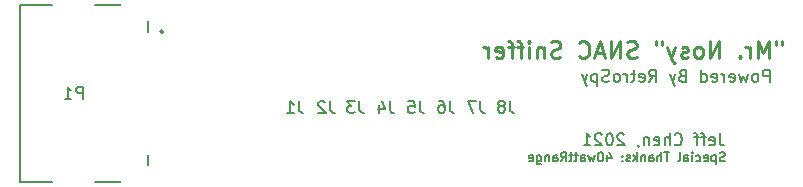
<source format=gbr>
G04 #@! TF.GenerationSoftware,KiCad,Pcbnew,(5.1.10-1-10_14)*
G04 #@! TF.CreationDate,2021-11-29T00:28:59-05:00*
G04 #@! TF.ProjectId,SNAC Sniffer LONG,534e4143-2053-46e6-9966-666572204c4f,1*
G04 #@! TF.SameCoordinates,Original*
G04 #@! TF.FileFunction,Legend,Bot*
G04 #@! TF.FilePolarity,Positive*
%FSLAX46Y46*%
G04 Gerber Fmt 4.6, Leading zero omitted, Abs format (unit mm)*
G04 Created by KiCad (PCBNEW (5.1.10-1-10_14)) date 2021-11-29 00:28:59*
%MOMM*%
%LPD*%
G01*
G04 APERTURE LIST*
%ADD10C,0.152400*%
%ADD11C,0.127000*%
%ADD12C,0.250000*%
%ADD13C,0.200000*%
%ADD14C,0.150000*%
%ADD15C,1.601600*%
%ADD16C,1.609600*%
G04 APERTURE END LIST*
D10*
X162910285Y-108329619D02*
X162910285Y-107313619D01*
X162523238Y-107313619D01*
X162426476Y-107362000D01*
X162378095Y-107410380D01*
X162329714Y-107507142D01*
X162329714Y-107652285D01*
X162378095Y-107749047D01*
X162426476Y-107797428D01*
X162523238Y-107845809D01*
X162910285Y-107845809D01*
X161749142Y-108329619D02*
X161845904Y-108281238D01*
X161894285Y-108232857D01*
X161942666Y-108136095D01*
X161942666Y-107845809D01*
X161894285Y-107749047D01*
X161845904Y-107700666D01*
X161749142Y-107652285D01*
X161604000Y-107652285D01*
X161507238Y-107700666D01*
X161458857Y-107749047D01*
X161410476Y-107845809D01*
X161410476Y-108136095D01*
X161458857Y-108232857D01*
X161507238Y-108281238D01*
X161604000Y-108329619D01*
X161749142Y-108329619D01*
X161071809Y-107652285D02*
X160878285Y-108329619D01*
X160684761Y-107845809D01*
X160491238Y-108329619D01*
X160297714Y-107652285D01*
X159523619Y-108281238D02*
X159620380Y-108329619D01*
X159813904Y-108329619D01*
X159910666Y-108281238D01*
X159959047Y-108184476D01*
X159959047Y-107797428D01*
X159910666Y-107700666D01*
X159813904Y-107652285D01*
X159620380Y-107652285D01*
X159523619Y-107700666D01*
X159475238Y-107797428D01*
X159475238Y-107894190D01*
X159959047Y-107990952D01*
X159039809Y-108329619D02*
X159039809Y-107652285D01*
X159039809Y-107845809D02*
X158991428Y-107749047D01*
X158943047Y-107700666D01*
X158846285Y-107652285D01*
X158749523Y-107652285D01*
X158023809Y-108281238D02*
X158120571Y-108329619D01*
X158314095Y-108329619D01*
X158410857Y-108281238D01*
X158459238Y-108184476D01*
X158459238Y-107797428D01*
X158410857Y-107700666D01*
X158314095Y-107652285D01*
X158120571Y-107652285D01*
X158023809Y-107700666D01*
X157975428Y-107797428D01*
X157975428Y-107894190D01*
X158459238Y-107990952D01*
X157104571Y-108329619D02*
X157104571Y-107313619D01*
X157104571Y-108281238D02*
X157201333Y-108329619D01*
X157394857Y-108329619D01*
X157491619Y-108281238D01*
X157540000Y-108232857D01*
X157588380Y-108136095D01*
X157588380Y-107845809D01*
X157540000Y-107749047D01*
X157491619Y-107700666D01*
X157394857Y-107652285D01*
X157201333Y-107652285D01*
X157104571Y-107700666D01*
X155508000Y-107797428D02*
X155362857Y-107845809D01*
X155314476Y-107894190D01*
X155266095Y-107990952D01*
X155266095Y-108136095D01*
X155314476Y-108232857D01*
X155362857Y-108281238D01*
X155459619Y-108329619D01*
X155846666Y-108329619D01*
X155846666Y-107313619D01*
X155508000Y-107313619D01*
X155411238Y-107362000D01*
X155362857Y-107410380D01*
X155314476Y-107507142D01*
X155314476Y-107603904D01*
X155362857Y-107700666D01*
X155411238Y-107749047D01*
X155508000Y-107797428D01*
X155846666Y-107797428D01*
X154927428Y-107652285D02*
X154685523Y-108329619D01*
X154443619Y-107652285D02*
X154685523Y-108329619D01*
X154782285Y-108571523D01*
X154830666Y-108619904D01*
X154927428Y-108668285D01*
X152701904Y-108329619D02*
X153040571Y-107845809D01*
X153282476Y-108329619D02*
X153282476Y-107313619D01*
X152895428Y-107313619D01*
X152798666Y-107362000D01*
X152750285Y-107410380D01*
X152701904Y-107507142D01*
X152701904Y-107652285D01*
X152750285Y-107749047D01*
X152798666Y-107797428D01*
X152895428Y-107845809D01*
X153282476Y-107845809D01*
X151879428Y-108281238D02*
X151976190Y-108329619D01*
X152169714Y-108329619D01*
X152266476Y-108281238D01*
X152314857Y-108184476D01*
X152314857Y-107797428D01*
X152266476Y-107700666D01*
X152169714Y-107652285D01*
X151976190Y-107652285D01*
X151879428Y-107700666D01*
X151831047Y-107797428D01*
X151831047Y-107894190D01*
X152314857Y-107990952D01*
X151540761Y-107652285D02*
X151153714Y-107652285D01*
X151395619Y-107313619D02*
X151395619Y-108184476D01*
X151347238Y-108281238D01*
X151250476Y-108329619D01*
X151153714Y-108329619D01*
X150815047Y-108329619D02*
X150815047Y-107652285D01*
X150815047Y-107845809D02*
X150766666Y-107749047D01*
X150718285Y-107700666D01*
X150621523Y-107652285D01*
X150524761Y-107652285D01*
X150040952Y-108329619D02*
X150137714Y-108281238D01*
X150186095Y-108232857D01*
X150234476Y-108136095D01*
X150234476Y-107845809D01*
X150186095Y-107749047D01*
X150137714Y-107700666D01*
X150040952Y-107652285D01*
X149895809Y-107652285D01*
X149799047Y-107700666D01*
X149750666Y-107749047D01*
X149702285Y-107845809D01*
X149702285Y-108136095D01*
X149750666Y-108232857D01*
X149799047Y-108281238D01*
X149895809Y-108329619D01*
X150040952Y-108329619D01*
X149315238Y-108281238D02*
X149170095Y-108329619D01*
X148928190Y-108329619D01*
X148831428Y-108281238D01*
X148783047Y-108232857D01*
X148734666Y-108136095D01*
X148734666Y-108039333D01*
X148783047Y-107942571D01*
X148831428Y-107894190D01*
X148928190Y-107845809D01*
X149121714Y-107797428D01*
X149218476Y-107749047D01*
X149266857Y-107700666D01*
X149315238Y-107603904D01*
X149315238Y-107507142D01*
X149266857Y-107410380D01*
X149218476Y-107362000D01*
X149121714Y-107313619D01*
X148879809Y-107313619D01*
X148734666Y-107362000D01*
X148299238Y-107652285D02*
X148299238Y-108668285D01*
X148299238Y-107700666D02*
X148202476Y-107652285D01*
X148008952Y-107652285D01*
X147912190Y-107700666D01*
X147863809Y-107749047D01*
X147815428Y-107845809D01*
X147815428Y-108136095D01*
X147863809Y-108232857D01*
X147912190Y-108281238D01*
X148008952Y-108329619D01*
X148202476Y-108329619D01*
X148299238Y-108281238D01*
X147476761Y-107652285D02*
X147234857Y-108329619D01*
X146992952Y-107652285D02*
X147234857Y-108329619D01*
X147331619Y-108571523D01*
X147380000Y-108619904D01*
X147476761Y-108668285D01*
D11*
X159101285Y-115028428D02*
X158992428Y-115064714D01*
X158811000Y-115064714D01*
X158738428Y-115028428D01*
X158702142Y-114992142D01*
X158665857Y-114919571D01*
X158665857Y-114847000D01*
X158702142Y-114774428D01*
X158738428Y-114738142D01*
X158811000Y-114701857D01*
X158956142Y-114665571D01*
X159028714Y-114629285D01*
X159065000Y-114593000D01*
X159101285Y-114520428D01*
X159101285Y-114447857D01*
X159065000Y-114375285D01*
X159028714Y-114339000D01*
X158956142Y-114302714D01*
X158774714Y-114302714D01*
X158665857Y-114339000D01*
X158339285Y-114556714D02*
X158339285Y-115318714D01*
X158339285Y-114593000D02*
X158266714Y-114556714D01*
X158121571Y-114556714D01*
X158049000Y-114593000D01*
X158012714Y-114629285D01*
X157976428Y-114701857D01*
X157976428Y-114919571D01*
X158012714Y-114992142D01*
X158049000Y-115028428D01*
X158121571Y-115064714D01*
X158266714Y-115064714D01*
X158339285Y-115028428D01*
X157359571Y-115028428D02*
X157432142Y-115064714D01*
X157577285Y-115064714D01*
X157649857Y-115028428D01*
X157686142Y-114955857D01*
X157686142Y-114665571D01*
X157649857Y-114593000D01*
X157577285Y-114556714D01*
X157432142Y-114556714D01*
X157359571Y-114593000D01*
X157323285Y-114665571D01*
X157323285Y-114738142D01*
X157686142Y-114810714D01*
X156670142Y-115028428D02*
X156742714Y-115064714D01*
X156887857Y-115064714D01*
X156960428Y-115028428D01*
X156996714Y-114992142D01*
X157033000Y-114919571D01*
X157033000Y-114701857D01*
X156996714Y-114629285D01*
X156960428Y-114593000D01*
X156887857Y-114556714D01*
X156742714Y-114556714D01*
X156670142Y-114593000D01*
X156343571Y-115064714D02*
X156343571Y-114556714D01*
X156343571Y-114302714D02*
X156379857Y-114339000D01*
X156343571Y-114375285D01*
X156307285Y-114339000D01*
X156343571Y-114302714D01*
X156343571Y-114375285D01*
X155654142Y-115064714D02*
X155654142Y-114665571D01*
X155690428Y-114593000D01*
X155763000Y-114556714D01*
X155908142Y-114556714D01*
X155980714Y-114593000D01*
X155654142Y-115028428D02*
X155726714Y-115064714D01*
X155908142Y-115064714D01*
X155980714Y-115028428D01*
X156017000Y-114955857D01*
X156017000Y-114883285D01*
X155980714Y-114810714D01*
X155908142Y-114774428D01*
X155726714Y-114774428D01*
X155654142Y-114738142D01*
X155182428Y-115064714D02*
X155255000Y-115028428D01*
X155291285Y-114955857D01*
X155291285Y-114302714D01*
X154420428Y-114302714D02*
X153985000Y-114302714D01*
X154202714Y-115064714D02*
X154202714Y-114302714D01*
X153731000Y-115064714D02*
X153731000Y-114302714D01*
X153404428Y-115064714D02*
X153404428Y-114665571D01*
X153440714Y-114593000D01*
X153513285Y-114556714D01*
X153622142Y-114556714D01*
X153694714Y-114593000D01*
X153731000Y-114629285D01*
X152715000Y-115064714D02*
X152715000Y-114665571D01*
X152751285Y-114593000D01*
X152823857Y-114556714D01*
X152969000Y-114556714D01*
X153041571Y-114593000D01*
X152715000Y-115028428D02*
X152787571Y-115064714D01*
X152969000Y-115064714D01*
X153041571Y-115028428D01*
X153077857Y-114955857D01*
X153077857Y-114883285D01*
X153041571Y-114810714D01*
X152969000Y-114774428D01*
X152787571Y-114774428D01*
X152715000Y-114738142D01*
X152352142Y-114556714D02*
X152352142Y-115064714D01*
X152352142Y-114629285D02*
X152315857Y-114593000D01*
X152243285Y-114556714D01*
X152134428Y-114556714D01*
X152061857Y-114593000D01*
X152025571Y-114665571D01*
X152025571Y-115064714D01*
X151662714Y-115064714D02*
X151662714Y-114302714D01*
X151590142Y-114774428D02*
X151372428Y-115064714D01*
X151372428Y-114556714D02*
X151662714Y-114847000D01*
X151082142Y-115028428D02*
X151009571Y-115064714D01*
X150864428Y-115064714D01*
X150791857Y-115028428D01*
X150755571Y-114955857D01*
X150755571Y-114919571D01*
X150791857Y-114847000D01*
X150864428Y-114810714D01*
X150973285Y-114810714D01*
X151045857Y-114774428D01*
X151082142Y-114701857D01*
X151082142Y-114665571D01*
X151045857Y-114593000D01*
X150973285Y-114556714D01*
X150864428Y-114556714D01*
X150791857Y-114593000D01*
X150429000Y-114992142D02*
X150392714Y-115028428D01*
X150429000Y-115064714D01*
X150465285Y-115028428D01*
X150429000Y-114992142D01*
X150429000Y-115064714D01*
X150429000Y-114593000D02*
X150392714Y-114629285D01*
X150429000Y-114665571D01*
X150465285Y-114629285D01*
X150429000Y-114593000D01*
X150429000Y-114665571D01*
X149159000Y-114556714D02*
X149159000Y-115064714D01*
X149340428Y-114266428D02*
X149521857Y-114810714D01*
X149050142Y-114810714D01*
X148614714Y-114302714D02*
X148542142Y-114302714D01*
X148469571Y-114339000D01*
X148433285Y-114375285D01*
X148397000Y-114447857D01*
X148360714Y-114593000D01*
X148360714Y-114774428D01*
X148397000Y-114919571D01*
X148433285Y-114992142D01*
X148469571Y-115028428D01*
X148542142Y-115064714D01*
X148614714Y-115064714D01*
X148687285Y-115028428D01*
X148723571Y-114992142D01*
X148759857Y-114919571D01*
X148796142Y-114774428D01*
X148796142Y-114593000D01*
X148759857Y-114447857D01*
X148723571Y-114375285D01*
X148687285Y-114339000D01*
X148614714Y-114302714D01*
X148106714Y-114556714D02*
X147961571Y-115064714D01*
X147816428Y-114701857D01*
X147671285Y-115064714D01*
X147526142Y-114556714D01*
X146909285Y-115064714D02*
X146909285Y-114665571D01*
X146945571Y-114593000D01*
X147018142Y-114556714D01*
X147163285Y-114556714D01*
X147235857Y-114593000D01*
X146909285Y-115028428D02*
X146981857Y-115064714D01*
X147163285Y-115064714D01*
X147235857Y-115028428D01*
X147272142Y-114955857D01*
X147272142Y-114883285D01*
X147235857Y-114810714D01*
X147163285Y-114774428D01*
X146981857Y-114774428D01*
X146909285Y-114738142D01*
X146655285Y-114556714D02*
X146365000Y-114556714D01*
X146546428Y-114302714D02*
X146546428Y-114955857D01*
X146510142Y-115028428D01*
X146437571Y-115064714D01*
X146365000Y-115064714D01*
X146219857Y-114556714D02*
X145929571Y-114556714D01*
X146111000Y-114302714D02*
X146111000Y-114955857D01*
X146074714Y-115028428D01*
X146002142Y-115064714D01*
X145929571Y-115064714D01*
X145240142Y-115064714D02*
X145494142Y-114701857D01*
X145675571Y-115064714D02*
X145675571Y-114302714D01*
X145385285Y-114302714D01*
X145312714Y-114339000D01*
X145276428Y-114375285D01*
X145240142Y-114447857D01*
X145240142Y-114556714D01*
X145276428Y-114629285D01*
X145312714Y-114665571D01*
X145385285Y-114701857D01*
X145675571Y-114701857D01*
X144587000Y-115064714D02*
X144587000Y-114665571D01*
X144623285Y-114593000D01*
X144695857Y-114556714D01*
X144841000Y-114556714D01*
X144913571Y-114593000D01*
X144587000Y-115028428D02*
X144659571Y-115064714D01*
X144841000Y-115064714D01*
X144913571Y-115028428D01*
X144949857Y-114955857D01*
X144949857Y-114883285D01*
X144913571Y-114810714D01*
X144841000Y-114774428D01*
X144659571Y-114774428D01*
X144587000Y-114738142D01*
X144224142Y-114556714D02*
X144224142Y-115064714D01*
X144224142Y-114629285D02*
X144187857Y-114593000D01*
X144115285Y-114556714D01*
X144006428Y-114556714D01*
X143933857Y-114593000D01*
X143897571Y-114665571D01*
X143897571Y-115064714D01*
X143208142Y-114556714D02*
X143208142Y-115173571D01*
X143244428Y-115246142D01*
X143280714Y-115282428D01*
X143353285Y-115318714D01*
X143462142Y-115318714D01*
X143534714Y-115282428D01*
X143208142Y-115028428D02*
X143280714Y-115064714D01*
X143425857Y-115064714D01*
X143498428Y-115028428D01*
X143534714Y-114992142D01*
X143571000Y-114919571D01*
X143571000Y-114701857D01*
X143534714Y-114629285D01*
X143498428Y-114593000D01*
X143425857Y-114556714D01*
X143280714Y-114556714D01*
X143208142Y-114593000D01*
X142555000Y-115028428D02*
X142627571Y-115064714D01*
X142772714Y-115064714D01*
X142845285Y-115028428D01*
X142881571Y-114955857D01*
X142881571Y-114665571D01*
X142845285Y-114593000D01*
X142772714Y-114556714D01*
X142627571Y-114556714D01*
X142555000Y-114593000D01*
X142518714Y-114665571D01*
X142518714Y-114738142D01*
X142881571Y-114810714D01*
X158675238Y-112702380D02*
X158675238Y-113416666D01*
X158722857Y-113559523D01*
X158818095Y-113654761D01*
X158960952Y-113702380D01*
X159056190Y-113702380D01*
X157818095Y-113654761D02*
X157913333Y-113702380D01*
X158103809Y-113702380D01*
X158199047Y-113654761D01*
X158246666Y-113559523D01*
X158246666Y-113178571D01*
X158199047Y-113083333D01*
X158103809Y-113035714D01*
X157913333Y-113035714D01*
X157818095Y-113083333D01*
X157770476Y-113178571D01*
X157770476Y-113273809D01*
X158246666Y-113369047D01*
X157484761Y-113035714D02*
X157103809Y-113035714D01*
X157341904Y-113702380D02*
X157341904Y-112845238D01*
X157294285Y-112750000D01*
X157199047Y-112702380D01*
X157103809Y-112702380D01*
X156913333Y-113035714D02*
X156532380Y-113035714D01*
X156770476Y-113702380D02*
X156770476Y-112845238D01*
X156722857Y-112750000D01*
X156627619Y-112702380D01*
X156532380Y-112702380D01*
X154865714Y-113607142D02*
X154913333Y-113654761D01*
X155056190Y-113702380D01*
X155151428Y-113702380D01*
X155294285Y-113654761D01*
X155389523Y-113559523D01*
X155437142Y-113464285D01*
X155484761Y-113273809D01*
X155484761Y-113130952D01*
X155437142Y-112940476D01*
X155389523Y-112845238D01*
X155294285Y-112750000D01*
X155151428Y-112702380D01*
X155056190Y-112702380D01*
X154913333Y-112750000D01*
X154865714Y-112797619D01*
X154437142Y-113702380D02*
X154437142Y-112702380D01*
X154008571Y-113702380D02*
X154008571Y-113178571D01*
X154056190Y-113083333D01*
X154151428Y-113035714D01*
X154294285Y-113035714D01*
X154389523Y-113083333D01*
X154437142Y-113130952D01*
X153151428Y-113654761D02*
X153246666Y-113702380D01*
X153437142Y-113702380D01*
X153532380Y-113654761D01*
X153580000Y-113559523D01*
X153580000Y-113178571D01*
X153532380Y-113083333D01*
X153437142Y-113035714D01*
X153246666Y-113035714D01*
X153151428Y-113083333D01*
X153103809Y-113178571D01*
X153103809Y-113273809D01*
X153580000Y-113369047D01*
X152675238Y-113035714D02*
X152675238Y-113702380D01*
X152675238Y-113130952D02*
X152627619Y-113083333D01*
X152532380Y-113035714D01*
X152389523Y-113035714D01*
X152294285Y-113083333D01*
X152246666Y-113178571D01*
X152246666Y-113702380D01*
X151722857Y-113654761D02*
X151722857Y-113702380D01*
X151770476Y-113797619D01*
X151818095Y-113845238D01*
X150580000Y-112797619D02*
X150532380Y-112750000D01*
X150437142Y-112702380D01*
X150199047Y-112702380D01*
X150103809Y-112750000D01*
X150056190Y-112797619D01*
X150008571Y-112892857D01*
X150008571Y-112988095D01*
X150056190Y-113130952D01*
X150627619Y-113702380D01*
X150008571Y-113702380D01*
X149389523Y-112702380D02*
X149294285Y-112702380D01*
X149199047Y-112750000D01*
X149151428Y-112797619D01*
X149103809Y-112892857D01*
X149056190Y-113083333D01*
X149056190Y-113321428D01*
X149103809Y-113511904D01*
X149151428Y-113607142D01*
X149199047Y-113654761D01*
X149294285Y-113702380D01*
X149389523Y-113702380D01*
X149484761Y-113654761D01*
X149532380Y-113607142D01*
X149580000Y-113511904D01*
X149627619Y-113321428D01*
X149627619Y-113083333D01*
X149580000Y-112892857D01*
X149532380Y-112797619D01*
X149484761Y-112750000D01*
X149389523Y-112702380D01*
X148675238Y-112797619D02*
X148627619Y-112750000D01*
X148532380Y-112702380D01*
X148294285Y-112702380D01*
X148199047Y-112750000D01*
X148151428Y-112797619D01*
X148103809Y-112892857D01*
X148103809Y-112988095D01*
X148151428Y-113130952D01*
X148722857Y-113702380D01*
X148103809Y-113702380D01*
X147151428Y-113702380D02*
X147722857Y-113702380D01*
X147437142Y-113702380D02*
X147437142Y-112702380D01*
X147532380Y-112845238D01*
X147627619Y-112940476D01*
X147722857Y-112988095D01*
D12*
X163990000Y-104903333D02*
X163990000Y-105170000D01*
X163456666Y-104903333D02*
X163456666Y-105170000D01*
X162856666Y-106303333D02*
X162856666Y-104903333D01*
X162390000Y-105903333D01*
X161923333Y-104903333D01*
X161923333Y-106303333D01*
X161256666Y-106303333D02*
X161256666Y-105370000D01*
X161256666Y-105636666D02*
X161190000Y-105503333D01*
X161123333Y-105436666D01*
X160990000Y-105370000D01*
X160856666Y-105370000D01*
X160390000Y-106170000D02*
X160323333Y-106236666D01*
X160390000Y-106303333D01*
X160456666Y-106236666D01*
X160390000Y-106170000D01*
X160390000Y-106303333D01*
X158656666Y-106303333D02*
X158656666Y-104903333D01*
X157856666Y-106303333D01*
X157856666Y-104903333D01*
X156990000Y-106303333D02*
X157123333Y-106236666D01*
X157190000Y-106170000D01*
X157256666Y-106036666D01*
X157256666Y-105636666D01*
X157190000Y-105503333D01*
X157123333Y-105436666D01*
X156990000Y-105370000D01*
X156790000Y-105370000D01*
X156656666Y-105436666D01*
X156590000Y-105503333D01*
X156523333Y-105636666D01*
X156523333Y-106036666D01*
X156590000Y-106170000D01*
X156656666Y-106236666D01*
X156790000Y-106303333D01*
X156990000Y-106303333D01*
X155990000Y-106236666D02*
X155856666Y-106303333D01*
X155590000Y-106303333D01*
X155456666Y-106236666D01*
X155390000Y-106103333D01*
X155390000Y-106036666D01*
X155456666Y-105903333D01*
X155590000Y-105836666D01*
X155790000Y-105836666D01*
X155923333Y-105770000D01*
X155990000Y-105636666D01*
X155990000Y-105570000D01*
X155923333Y-105436666D01*
X155790000Y-105370000D01*
X155590000Y-105370000D01*
X155456666Y-105436666D01*
X154923333Y-105370000D02*
X154590000Y-106303333D01*
X154256666Y-105370000D02*
X154590000Y-106303333D01*
X154723333Y-106636666D01*
X154790000Y-106703333D01*
X154923333Y-106770000D01*
X153790000Y-104903333D02*
X153790000Y-105170000D01*
X153256666Y-104903333D02*
X153256666Y-105170000D01*
X151656666Y-106236666D02*
X151456666Y-106303333D01*
X151123333Y-106303333D01*
X150990000Y-106236666D01*
X150923333Y-106170000D01*
X150856666Y-106036666D01*
X150856666Y-105903333D01*
X150923333Y-105770000D01*
X150990000Y-105703333D01*
X151123333Y-105636666D01*
X151390000Y-105570000D01*
X151523333Y-105503333D01*
X151590000Y-105436666D01*
X151656666Y-105303333D01*
X151656666Y-105170000D01*
X151590000Y-105036666D01*
X151523333Y-104970000D01*
X151390000Y-104903333D01*
X151056666Y-104903333D01*
X150856666Y-104970000D01*
X150256666Y-106303333D02*
X150256666Y-104903333D01*
X149456666Y-106303333D01*
X149456666Y-104903333D01*
X148856666Y-105903333D02*
X148190000Y-105903333D01*
X148990000Y-106303333D02*
X148523333Y-104903333D01*
X148056666Y-106303333D01*
X146790000Y-106170000D02*
X146856666Y-106236666D01*
X147056666Y-106303333D01*
X147190000Y-106303333D01*
X147390000Y-106236666D01*
X147523333Y-106103333D01*
X147590000Y-105970000D01*
X147656666Y-105703333D01*
X147656666Y-105503333D01*
X147590000Y-105236666D01*
X147523333Y-105103333D01*
X147390000Y-104970000D01*
X147190000Y-104903333D01*
X147056666Y-104903333D01*
X146856666Y-104970000D01*
X146790000Y-105036666D01*
X145190000Y-106236666D02*
X144990000Y-106303333D01*
X144656666Y-106303333D01*
X144523333Y-106236666D01*
X144456666Y-106170000D01*
X144390000Y-106036666D01*
X144390000Y-105903333D01*
X144456666Y-105770000D01*
X144523333Y-105703333D01*
X144656666Y-105636666D01*
X144923333Y-105570000D01*
X145056666Y-105503333D01*
X145123333Y-105436666D01*
X145190000Y-105303333D01*
X145190000Y-105170000D01*
X145123333Y-105036666D01*
X145056666Y-104970000D01*
X144923333Y-104903333D01*
X144590000Y-104903333D01*
X144390000Y-104970000D01*
X143790000Y-105370000D02*
X143790000Y-106303333D01*
X143790000Y-105503333D02*
X143723333Y-105436666D01*
X143590000Y-105370000D01*
X143390000Y-105370000D01*
X143256666Y-105436666D01*
X143190000Y-105570000D01*
X143190000Y-106303333D01*
X142523333Y-106303333D02*
X142523333Y-105370000D01*
X142523333Y-104903333D02*
X142590000Y-104970000D01*
X142523333Y-105036666D01*
X142456666Y-104970000D01*
X142523333Y-104903333D01*
X142523333Y-105036666D01*
X142056666Y-105370000D02*
X141523333Y-105370000D01*
X141856666Y-106303333D02*
X141856666Y-105103333D01*
X141790000Y-104970000D01*
X141656666Y-104903333D01*
X141523333Y-104903333D01*
X141256666Y-105370000D02*
X140723333Y-105370000D01*
X141056666Y-106303333D02*
X141056666Y-105103333D01*
X140990000Y-104970000D01*
X140856666Y-104903333D01*
X140723333Y-104903333D01*
X139723333Y-106236666D02*
X139856666Y-106303333D01*
X140123333Y-106303333D01*
X140256666Y-106236666D01*
X140323333Y-106103333D01*
X140323333Y-105570000D01*
X140256666Y-105436666D01*
X140123333Y-105370000D01*
X139856666Y-105370000D01*
X139723333Y-105436666D01*
X139656666Y-105570000D01*
X139656666Y-105703333D01*
X140323333Y-105836666D01*
X139056666Y-106303333D02*
X139056666Y-105370000D01*
X139056666Y-105636666D02*
X138990000Y-105503333D01*
X138923333Y-105436666D01*
X138790000Y-105370000D01*
X138656666Y-105370000D01*
D13*
X111598112Y-104090000D02*
G75*
G03*
X111598112Y-104090000I-158112J0D01*
G01*
D11*
X110240000Y-104090000D02*
X110240000Y-103190000D01*
X110240000Y-115390000D02*
X110240000Y-114490000D01*
X105790000Y-101790000D02*
X107990000Y-101790000D01*
X107990000Y-116790000D02*
X105790000Y-116790000D01*
X99430000Y-116790000D02*
X102190000Y-116790000D01*
X99430000Y-101790000D02*
X102190000Y-101790000D01*
X99430000Y-116790000D02*
X99430000Y-101790000D01*
D14*
X123053333Y-109962380D02*
X123053333Y-110676666D01*
X123100952Y-110819523D01*
X123196190Y-110914761D01*
X123339047Y-110962380D01*
X123434285Y-110962380D01*
X122053333Y-110962380D02*
X122624761Y-110962380D01*
X122339047Y-110962380D02*
X122339047Y-109962380D01*
X122434285Y-110105238D01*
X122529523Y-110200476D01*
X122624761Y-110248095D01*
X125693333Y-109962380D02*
X125693333Y-110676666D01*
X125740952Y-110819523D01*
X125836190Y-110914761D01*
X125979047Y-110962380D01*
X126074285Y-110962380D01*
X125264761Y-110057619D02*
X125217142Y-110010000D01*
X125121904Y-109962380D01*
X124883809Y-109962380D01*
X124788571Y-110010000D01*
X124740952Y-110057619D01*
X124693333Y-110152857D01*
X124693333Y-110248095D01*
X124740952Y-110390952D01*
X125312380Y-110962380D01*
X124693333Y-110962380D01*
X128153333Y-109962380D02*
X128153333Y-110676666D01*
X128200952Y-110819523D01*
X128296190Y-110914761D01*
X128439047Y-110962380D01*
X128534285Y-110962380D01*
X127772380Y-109962380D02*
X127153333Y-109962380D01*
X127486666Y-110343333D01*
X127343809Y-110343333D01*
X127248571Y-110390952D01*
X127200952Y-110438571D01*
X127153333Y-110533809D01*
X127153333Y-110771904D01*
X127200952Y-110867142D01*
X127248571Y-110914761D01*
X127343809Y-110962380D01*
X127629523Y-110962380D01*
X127724761Y-110914761D01*
X127772380Y-110867142D01*
X130763333Y-109992380D02*
X130763333Y-110706666D01*
X130810952Y-110849523D01*
X130906190Y-110944761D01*
X131049047Y-110992380D01*
X131144285Y-110992380D01*
X129858571Y-110325714D02*
X129858571Y-110992380D01*
X130096666Y-109944761D02*
X130334761Y-110659047D01*
X129715714Y-110659047D01*
X133273333Y-109952380D02*
X133273333Y-110666666D01*
X133320952Y-110809523D01*
X133416190Y-110904761D01*
X133559047Y-110952380D01*
X133654285Y-110952380D01*
X132320952Y-109952380D02*
X132797142Y-109952380D01*
X132844761Y-110428571D01*
X132797142Y-110380952D01*
X132701904Y-110333333D01*
X132463809Y-110333333D01*
X132368571Y-110380952D01*
X132320952Y-110428571D01*
X132273333Y-110523809D01*
X132273333Y-110761904D01*
X132320952Y-110857142D01*
X132368571Y-110904761D01*
X132463809Y-110952380D01*
X132701904Y-110952380D01*
X132797142Y-110904761D01*
X132844761Y-110857142D01*
X104748246Y-109752473D02*
X104748246Y-108752268D01*
X104367216Y-108752268D01*
X104271958Y-108799897D01*
X104224329Y-108847526D01*
X104176700Y-108942783D01*
X104176700Y-109085670D01*
X104224329Y-109180927D01*
X104271958Y-109228556D01*
X104367216Y-109276185D01*
X104748246Y-109276185D01*
X103224124Y-109752473D02*
X103795670Y-109752473D01*
X103509897Y-109752473D02*
X103509897Y-108752268D01*
X103605155Y-108895155D01*
X103700412Y-108990412D01*
X103795670Y-109038041D01*
X135833333Y-109942380D02*
X135833333Y-110656666D01*
X135880952Y-110799523D01*
X135976190Y-110894761D01*
X136119047Y-110942380D01*
X136214285Y-110942380D01*
X134928571Y-109942380D02*
X135119047Y-109942380D01*
X135214285Y-109990000D01*
X135261904Y-110037619D01*
X135357142Y-110180476D01*
X135404761Y-110370952D01*
X135404761Y-110751904D01*
X135357142Y-110847142D01*
X135309523Y-110894761D01*
X135214285Y-110942380D01*
X135023809Y-110942380D01*
X134928571Y-110894761D01*
X134880952Y-110847142D01*
X134833333Y-110751904D01*
X134833333Y-110513809D01*
X134880952Y-110418571D01*
X134928571Y-110370952D01*
X135023809Y-110323333D01*
X135214285Y-110323333D01*
X135309523Y-110370952D01*
X135357142Y-110418571D01*
X135404761Y-110513809D01*
X138393333Y-109932380D02*
X138393333Y-110646666D01*
X138440952Y-110789523D01*
X138536190Y-110884761D01*
X138679047Y-110932380D01*
X138774285Y-110932380D01*
X138012380Y-109932380D02*
X137345714Y-109932380D01*
X137774285Y-110932380D01*
X140913333Y-109932380D02*
X140913333Y-110646666D01*
X140960952Y-110789523D01*
X141056190Y-110884761D01*
X141199047Y-110932380D01*
X141294285Y-110932380D01*
X140294285Y-110360952D02*
X140389523Y-110313333D01*
X140437142Y-110265714D01*
X140484761Y-110170476D01*
X140484761Y-110122857D01*
X140437142Y-110027619D01*
X140389523Y-109980000D01*
X140294285Y-109932380D01*
X140103809Y-109932380D01*
X140008571Y-109980000D01*
X139960952Y-110027619D01*
X139913333Y-110122857D01*
X139913333Y-110170476D01*
X139960952Y-110265714D01*
X140008571Y-110313333D01*
X140103809Y-110360952D01*
X140294285Y-110360952D01*
X140389523Y-110408571D01*
X140437142Y-110456190D01*
X140484761Y-110551428D01*
X140484761Y-110741904D01*
X140437142Y-110837142D01*
X140389523Y-110884761D01*
X140294285Y-110932380D01*
X140103809Y-110932380D01*
X140008571Y-110884761D01*
X139960952Y-110837142D01*
X139913333Y-110741904D01*
X139913333Y-110551428D01*
X139960952Y-110456190D01*
X140008571Y-110408571D01*
X140103809Y-110360952D01*
%LPC*%
D15*
X122800000Y-112010000D03*
X122800000Y-114550000D03*
X125340000Y-112010000D03*
X125340000Y-114550000D03*
X127880000Y-112010000D03*
X127880000Y-114550000D03*
X130420000Y-112010000D03*
X130420000Y-114550000D03*
X132960000Y-112010000D03*
X132960000Y-114550000D03*
G36*
G01*
X105145400Y-102890800D02*
X102894600Y-102890800D01*
G75*
G02*
X102469200Y-102465400I0J425400D01*
G01*
X102469200Y-101614600D01*
G75*
G02*
X102894600Y-101189200I425400J0D01*
G01*
X105145400Y-101189200D01*
G75*
G02*
X105570800Y-101614600I0J-425400D01*
G01*
X105570800Y-102465400D01*
G75*
G02*
X105145400Y-102890800I-425400J0D01*
G01*
G37*
G36*
G01*
X105145400Y-117390800D02*
X102894600Y-117390800D01*
G75*
G02*
X102469200Y-116965400I0J425400D01*
G01*
X102469200Y-116114600D01*
G75*
G02*
X102894600Y-115689200I425400J0D01*
G01*
X105145400Y-115689200D01*
G75*
G02*
X105570800Y-116114600I0J-425400D01*
G01*
X105570800Y-116965400D01*
G75*
G02*
X105145400Y-117390800I-425400J0D01*
G01*
G37*
G36*
G01*
X111505400Y-117390800D02*
X108454600Y-117390800D01*
G75*
G02*
X108029200Y-116965400I0J425400D01*
G01*
X108029200Y-116114600D01*
G75*
G02*
X108454600Y-115689200I425400J0D01*
G01*
X111505400Y-115689200D01*
G75*
G02*
X111930800Y-116114600I0J-425400D01*
G01*
X111930800Y-116965400D01*
G75*
G02*
X111505400Y-117390800I-425400J0D01*
G01*
G37*
G36*
G01*
X111505400Y-102890800D02*
X108454600Y-102890800D01*
G75*
G02*
X108029200Y-102465400I0J425400D01*
G01*
X108029200Y-101614600D01*
G75*
G02*
X108454600Y-101189200I425400J0D01*
G01*
X111505400Y-101189200D01*
G75*
G02*
X111930800Y-101614600I0J-425400D01*
G01*
X111930800Y-102465400D01*
G75*
G02*
X111505400Y-102890800I-425400J0D01*
G01*
G37*
G36*
G01*
X112040000Y-113990800D02*
X109440000Y-113990800D01*
G75*
G02*
X109389200Y-113940000I0J50800D01*
G01*
X109389200Y-113640000D01*
G75*
G02*
X109440000Y-113589200I50800J0D01*
G01*
X112040000Y-113589200D01*
G75*
G02*
X112090800Y-113640000I0J-50800D01*
G01*
X112090800Y-113940000D01*
G75*
G02*
X112040000Y-113990800I-50800J0D01*
G01*
G37*
G36*
G01*
X112040000Y-113490800D02*
X109440000Y-113490800D01*
G75*
G02*
X109389200Y-113440000I0J50800D01*
G01*
X109389200Y-113140000D01*
G75*
G02*
X109440000Y-113089200I50800J0D01*
G01*
X112040000Y-113089200D01*
G75*
G02*
X112090800Y-113140000I0J-50800D01*
G01*
X112090800Y-113440000D01*
G75*
G02*
X112040000Y-113490800I-50800J0D01*
G01*
G37*
G36*
G01*
X112040000Y-112990800D02*
X109440000Y-112990800D01*
G75*
G02*
X109389200Y-112940000I0J50800D01*
G01*
X109389200Y-112640000D01*
G75*
G02*
X109440000Y-112589200I50800J0D01*
G01*
X112040000Y-112589200D01*
G75*
G02*
X112090800Y-112640000I0J-50800D01*
G01*
X112090800Y-112940000D01*
G75*
G02*
X112040000Y-112990800I-50800J0D01*
G01*
G37*
G36*
G01*
X112040000Y-112490800D02*
X109440000Y-112490800D01*
G75*
G02*
X109389200Y-112440000I0J50800D01*
G01*
X109389200Y-112140000D01*
G75*
G02*
X109440000Y-112089200I50800J0D01*
G01*
X112040000Y-112089200D01*
G75*
G02*
X112090800Y-112140000I0J-50800D01*
G01*
X112090800Y-112440000D01*
G75*
G02*
X112040000Y-112490800I-50800J0D01*
G01*
G37*
G36*
G01*
X112040000Y-111990800D02*
X109440000Y-111990800D01*
G75*
G02*
X109389200Y-111940000I0J50800D01*
G01*
X109389200Y-111640000D01*
G75*
G02*
X109440000Y-111589200I50800J0D01*
G01*
X112040000Y-111589200D01*
G75*
G02*
X112090800Y-111640000I0J-50800D01*
G01*
X112090800Y-111940000D01*
G75*
G02*
X112040000Y-111990800I-50800J0D01*
G01*
G37*
G36*
G01*
X112040000Y-111490800D02*
X109440000Y-111490800D01*
G75*
G02*
X109389200Y-111440000I0J50800D01*
G01*
X109389200Y-111140000D01*
G75*
G02*
X109440000Y-111089200I50800J0D01*
G01*
X112040000Y-111089200D01*
G75*
G02*
X112090800Y-111140000I0J-50800D01*
G01*
X112090800Y-111440000D01*
G75*
G02*
X112040000Y-111490800I-50800J0D01*
G01*
G37*
G36*
G01*
X112040000Y-110990800D02*
X109440000Y-110990800D01*
G75*
G02*
X109389200Y-110940000I0J50800D01*
G01*
X109389200Y-110640000D01*
G75*
G02*
X109440000Y-110589200I50800J0D01*
G01*
X112040000Y-110589200D01*
G75*
G02*
X112090800Y-110640000I0J-50800D01*
G01*
X112090800Y-110940000D01*
G75*
G02*
X112040000Y-110990800I-50800J0D01*
G01*
G37*
G36*
G01*
X112040000Y-110490800D02*
X109440000Y-110490800D01*
G75*
G02*
X109389200Y-110440000I0J50800D01*
G01*
X109389200Y-110140000D01*
G75*
G02*
X109440000Y-110089200I50800J0D01*
G01*
X112040000Y-110089200D01*
G75*
G02*
X112090800Y-110140000I0J-50800D01*
G01*
X112090800Y-110440000D01*
G75*
G02*
X112040000Y-110490800I-50800J0D01*
G01*
G37*
G36*
G01*
X112040000Y-109990800D02*
X109440000Y-109990800D01*
G75*
G02*
X109389200Y-109940000I0J50800D01*
G01*
X109389200Y-109640000D01*
G75*
G02*
X109440000Y-109589200I50800J0D01*
G01*
X112040000Y-109589200D01*
G75*
G02*
X112090800Y-109640000I0J-50800D01*
G01*
X112090800Y-109940000D01*
G75*
G02*
X112040000Y-109990800I-50800J0D01*
G01*
G37*
G36*
G01*
X112040000Y-109490800D02*
X109440000Y-109490800D01*
G75*
G02*
X109389200Y-109440000I0J50800D01*
G01*
X109389200Y-109140000D01*
G75*
G02*
X109440000Y-109089200I50800J0D01*
G01*
X112040000Y-109089200D01*
G75*
G02*
X112090800Y-109140000I0J-50800D01*
G01*
X112090800Y-109440000D01*
G75*
G02*
X112040000Y-109490800I-50800J0D01*
G01*
G37*
G36*
G01*
X112040000Y-108990800D02*
X109440000Y-108990800D01*
G75*
G02*
X109389200Y-108940000I0J50800D01*
G01*
X109389200Y-108640000D01*
G75*
G02*
X109440000Y-108589200I50800J0D01*
G01*
X112040000Y-108589200D01*
G75*
G02*
X112090800Y-108640000I0J-50800D01*
G01*
X112090800Y-108940000D01*
G75*
G02*
X112040000Y-108990800I-50800J0D01*
G01*
G37*
G36*
G01*
X112040000Y-108490800D02*
X109440000Y-108490800D01*
G75*
G02*
X109389200Y-108440000I0J50800D01*
G01*
X109389200Y-108140000D01*
G75*
G02*
X109440000Y-108089200I50800J0D01*
G01*
X112040000Y-108089200D01*
G75*
G02*
X112090800Y-108140000I0J-50800D01*
G01*
X112090800Y-108440000D01*
G75*
G02*
X112040000Y-108490800I-50800J0D01*
G01*
G37*
G36*
G01*
X112040000Y-107990800D02*
X109440000Y-107990800D01*
G75*
G02*
X109389200Y-107940000I0J50800D01*
G01*
X109389200Y-107640000D01*
G75*
G02*
X109440000Y-107589200I50800J0D01*
G01*
X112040000Y-107589200D01*
G75*
G02*
X112090800Y-107640000I0J-50800D01*
G01*
X112090800Y-107940000D01*
G75*
G02*
X112040000Y-107990800I-50800J0D01*
G01*
G37*
G36*
G01*
X112040000Y-107490800D02*
X109440000Y-107490800D01*
G75*
G02*
X109389200Y-107440000I0J50800D01*
G01*
X109389200Y-107140000D01*
G75*
G02*
X109440000Y-107089200I50800J0D01*
G01*
X112040000Y-107089200D01*
G75*
G02*
X112090800Y-107140000I0J-50800D01*
G01*
X112090800Y-107440000D01*
G75*
G02*
X112040000Y-107490800I-50800J0D01*
G01*
G37*
G36*
G01*
X112040000Y-106990800D02*
X109440000Y-106990800D01*
G75*
G02*
X109389200Y-106940000I0J50800D01*
G01*
X109389200Y-106640000D01*
G75*
G02*
X109440000Y-106589200I50800J0D01*
G01*
X112040000Y-106589200D01*
G75*
G02*
X112090800Y-106640000I0J-50800D01*
G01*
X112090800Y-106940000D01*
G75*
G02*
X112040000Y-106990800I-50800J0D01*
G01*
G37*
G36*
G01*
X112040000Y-106490800D02*
X109440000Y-106490800D01*
G75*
G02*
X109389200Y-106440000I0J50800D01*
G01*
X109389200Y-106140000D01*
G75*
G02*
X109440000Y-106089200I50800J0D01*
G01*
X112040000Y-106089200D01*
G75*
G02*
X112090800Y-106140000I0J-50800D01*
G01*
X112090800Y-106440000D01*
G75*
G02*
X112040000Y-106490800I-50800J0D01*
G01*
G37*
G36*
G01*
X112040000Y-105990800D02*
X109440000Y-105990800D01*
G75*
G02*
X109389200Y-105940000I0J50800D01*
G01*
X109389200Y-105640000D01*
G75*
G02*
X109440000Y-105589200I50800J0D01*
G01*
X112040000Y-105589200D01*
G75*
G02*
X112090800Y-105640000I0J-50800D01*
G01*
X112090800Y-105940000D01*
G75*
G02*
X112040000Y-105990800I-50800J0D01*
G01*
G37*
G36*
G01*
X112040000Y-105490800D02*
X109440000Y-105490800D01*
G75*
G02*
X109389200Y-105440000I0J50800D01*
G01*
X109389200Y-105140000D01*
G75*
G02*
X109440000Y-105089200I50800J0D01*
G01*
X112040000Y-105089200D01*
G75*
G02*
X112090800Y-105140000I0J-50800D01*
G01*
X112090800Y-105440000D01*
G75*
G02*
X112040000Y-105490800I-50800J0D01*
G01*
G37*
G36*
G01*
X112040000Y-104990800D02*
X109440000Y-104990800D01*
G75*
G02*
X109389200Y-104940000I0J50800D01*
G01*
X109389200Y-104640000D01*
G75*
G02*
X109440000Y-104589200I50800J0D01*
G01*
X112040000Y-104589200D01*
G75*
G02*
X112090800Y-104640000I0J-50800D01*
G01*
X112090800Y-104940000D01*
G75*
G02*
X112040000Y-104990800I-50800J0D01*
G01*
G37*
G36*
G01*
X164535400Y-102900800D02*
X162284600Y-102900800D01*
G75*
G02*
X161859200Y-102475400I0J425400D01*
G01*
X161859200Y-101624600D01*
G75*
G02*
X162284600Y-101199200I425400J0D01*
G01*
X164535400Y-101199200D01*
G75*
G02*
X164960800Y-101624600I0J-425400D01*
G01*
X164960800Y-102475400D01*
G75*
G02*
X164535400Y-102900800I-425400J0D01*
G01*
G37*
G36*
G01*
X164535400Y-117400800D02*
X162284600Y-117400800D01*
G75*
G02*
X161859200Y-116975400I0J425400D01*
G01*
X161859200Y-116124600D01*
G75*
G02*
X162284600Y-115699200I425400J0D01*
G01*
X164535400Y-115699200D01*
G75*
G02*
X164960800Y-116124600I0J-425400D01*
G01*
X164960800Y-116975400D01*
G75*
G02*
X164535400Y-117400800I-425400J0D01*
G01*
G37*
G36*
G01*
X158975400Y-117400800D02*
X155924600Y-117400800D01*
G75*
G02*
X155499200Y-116975400I0J425400D01*
G01*
X155499200Y-116124600D01*
G75*
G02*
X155924600Y-115699200I425400J0D01*
G01*
X158975400Y-115699200D01*
G75*
G02*
X159400800Y-116124600I0J-425400D01*
G01*
X159400800Y-116975400D01*
G75*
G02*
X158975400Y-117400800I-425400J0D01*
G01*
G37*
G36*
G01*
X158975400Y-102900800D02*
X155924600Y-102900800D01*
G75*
G02*
X155499200Y-102475400I0J425400D01*
G01*
X155499200Y-101624600D01*
G75*
G02*
X155924600Y-101199200I425400J0D01*
G01*
X158975400Y-101199200D01*
G75*
G02*
X159400800Y-101624600I0J-425400D01*
G01*
X159400800Y-102475400D01*
G75*
G02*
X158975400Y-102900800I-425400J0D01*
G01*
G37*
G36*
G01*
X149986000Y-100885200D02*
X151494000Y-100885200D01*
G75*
G02*
X151544800Y-100936000I0J-50800D01*
G01*
X151544800Y-102444000D01*
G75*
G02*
X151494000Y-102494800I-50800J0D01*
G01*
X149986000Y-102494800D01*
G75*
G02*
X149935200Y-102444000I0J50800D01*
G01*
X149935200Y-100936000D01*
G75*
G02*
X149986000Y-100885200I50800J0D01*
G01*
G37*
D16*
X148200000Y-101690000D03*
X145660000Y-101690000D03*
X143120000Y-101690000D03*
X140580000Y-101690000D03*
X138040000Y-101690000D03*
X135500000Y-101690000D03*
X132960000Y-101690000D03*
X130420000Y-101690000D03*
X127880000Y-101690000D03*
X125340000Y-101690000D03*
X122800000Y-101690000D03*
X120260000Y-101690000D03*
X117720000Y-101690000D03*
X115180000Y-101690000D03*
X115180000Y-116930000D03*
X117720000Y-116930000D03*
X120260000Y-116930000D03*
X122800000Y-116930000D03*
X125340000Y-116930000D03*
X127880000Y-116930000D03*
X130420000Y-116930000D03*
X132960000Y-116930000D03*
X135500000Y-116930000D03*
X138040000Y-116930000D03*
X140580000Y-116930000D03*
X143120000Y-116930000D03*
X145660000Y-116930000D03*
X148200000Y-116930000D03*
X150740000Y-116930000D03*
D15*
X135500000Y-112010000D03*
X135500000Y-114550000D03*
X138030000Y-112010000D03*
X138030000Y-114550000D03*
X140580000Y-112010000D03*
X140580000Y-114550000D03*
M02*

</source>
